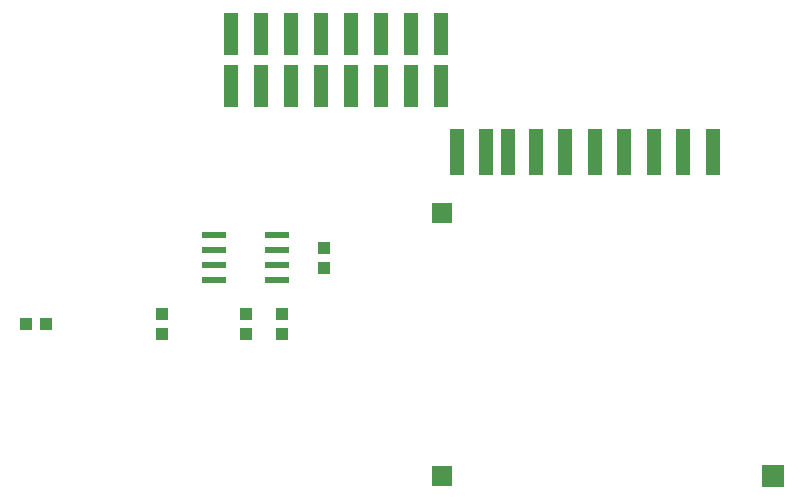
<source format=gtp>
%FSLAX24Y24*%
%MOIN*%
G70*
G01*
G75*
G04 Layer_Color=8421504*
G04 Layer_Color=8421504*
%ADD10C,0.0400*%
%ADD11R,0.0394X0.0433*%
%ADD12R,0.0500X0.1449*%
%ADD13R,0.0807X0.0236*%
%ADD14R,0.0669X0.0709*%
%ADD15R,0.0748X0.0748*%
%ADD16R,0.0472X0.1575*%
%ADD17R,0.0433X0.0394*%
%ADD18C,0.0080*%
%ADD19C,0.0090*%
%ADD20C,0.0600*%
%ADD21C,0.0630*%
%ADD22C,0.0472*%
%ADD23C,0.1600*%
%ADD24C,0.0200*%
%ADD25C,0.0098*%
%ADD26C,0.0079*%
%ADD27C,0.0100*%
%ADD28C,0.0070*%
D11*
X33400Y38465D02*
D03*
Y39135D02*
D03*
X30800Y36935D02*
D03*
Y36265D02*
D03*
X32000Y36935D02*
D03*
Y36265D02*
D03*
X28000Y36265D02*
D03*
Y36935D02*
D03*
D12*
X30300Y46274D02*
D03*
Y44526D02*
D03*
X31300Y46274D02*
D03*
Y44526D02*
D03*
X32300Y46274D02*
D03*
Y44526D02*
D03*
X33300Y46274D02*
D03*
Y44526D02*
D03*
X34300Y46274D02*
D03*
Y44526D02*
D03*
X35300Y46274D02*
D03*
Y44526D02*
D03*
X36300Y46274D02*
D03*
Y44526D02*
D03*
X37300Y46274D02*
D03*
Y44526D02*
D03*
D13*
X29747Y39550D02*
D03*
Y39050D02*
D03*
Y38550D02*
D03*
Y38050D02*
D03*
X31853Y39550D02*
D03*
Y39050D02*
D03*
Y38550D02*
D03*
Y38050D02*
D03*
D14*
X37331Y40291D02*
D03*
Y31532D02*
D03*
D15*
X48374D02*
D03*
D16*
X37852Y42339D02*
D03*
X38807D02*
D03*
X39555D02*
D03*
X40470D02*
D03*
X41455D02*
D03*
X42439D02*
D03*
X43423D02*
D03*
X44407D02*
D03*
X45392D02*
D03*
X46376D02*
D03*
D17*
X24135Y36600D02*
D03*
X23465D02*
D03*
M02*

</source>
